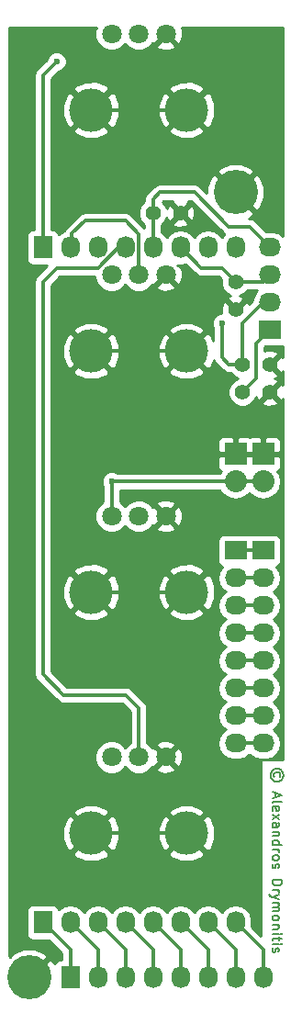
<source format=gbr>
G04 #@! TF.FileFunction,Copper,L1,Top,Signal*
%FSLAX46Y46*%
G04 Gerber Fmt 4.6, Leading zero omitted, Abs format (unit mm)*
G04 Created by KiCad (PCBNEW 4.0.6+dfsg1-1) date Tue Oct 24 13:55:29 2017*
%MOMM*%
%LPD*%
G01*
G04 APERTURE LIST*
%ADD10C,0.050000*%
%ADD11C,0.190500*%
%ADD12R,1.727200X2.032000*%
%ADD13O,1.727200X2.032000*%
%ADD14C,1.800000*%
%ADD15C,4.000000*%
%ADD16R,2.032000X1.727200*%
%ADD17O,2.032000X1.727200*%
%ADD18R,2.032000X2.032000*%
%ADD19O,2.032000X2.032000*%
%ADD20C,4.064000*%
%ADD21C,1.397000*%
%ADD22C,0.600000*%
%ADD23C,0.300000*%
%ADD24C,0.254000*%
G04 APERTURE END LIST*
D10*
D11*
X148868571Y-119942143D02*
X148911429Y-119856429D01*
X148911429Y-119685000D01*
X148868571Y-119599286D01*
X148782857Y-119513572D01*
X148697143Y-119470715D01*
X148525714Y-119470715D01*
X148440000Y-119513572D01*
X148354286Y-119599286D01*
X148311429Y-119685000D01*
X148311429Y-119856429D01*
X148354286Y-119942143D01*
X149211429Y-119770715D02*
X149168571Y-119556429D01*
X149040000Y-119342143D01*
X148825714Y-119213572D01*
X148611429Y-119170715D01*
X148397143Y-119213572D01*
X148182857Y-119342143D01*
X148054286Y-119556429D01*
X148011429Y-119770715D01*
X148054286Y-119985000D01*
X148182857Y-120199286D01*
X148397143Y-120327857D01*
X148611429Y-120370715D01*
X148825714Y-120327857D01*
X149040000Y-120199286D01*
X149168571Y-119985000D01*
X149211429Y-119770715D01*
X148440000Y-121399286D02*
X148440000Y-121827857D01*
X148182857Y-121313571D02*
X149082857Y-121613571D01*
X148182857Y-121913571D01*
X148182857Y-122342143D02*
X148225714Y-122256429D01*
X148311429Y-122213572D01*
X149082857Y-122213572D01*
X148225714Y-123027858D02*
X148182857Y-122942144D01*
X148182857Y-122770715D01*
X148225714Y-122685001D01*
X148311429Y-122642144D01*
X148654286Y-122642144D01*
X148740000Y-122685001D01*
X148782857Y-122770715D01*
X148782857Y-122942144D01*
X148740000Y-123027858D01*
X148654286Y-123070715D01*
X148568571Y-123070715D01*
X148482857Y-122642144D01*
X148182857Y-123370715D02*
X148782857Y-123842144D01*
X148782857Y-123370715D02*
X148182857Y-123842144D01*
X148182857Y-124570715D02*
X148654286Y-124570715D01*
X148740000Y-124527858D01*
X148782857Y-124442144D01*
X148782857Y-124270715D01*
X148740000Y-124185001D01*
X148225714Y-124570715D02*
X148182857Y-124485001D01*
X148182857Y-124270715D01*
X148225714Y-124185001D01*
X148311429Y-124142144D01*
X148397143Y-124142144D01*
X148482857Y-124185001D01*
X148525714Y-124270715D01*
X148525714Y-124485001D01*
X148568571Y-124570715D01*
X148782857Y-124999287D02*
X148182857Y-124999287D01*
X148697143Y-124999287D02*
X148740000Y-125042144D01*
X148782857Y-125127858D01*
X148782857Y-125256430D01*
X148740000Y-125342144D01*
X148654286Y-125385001D01*
X148182857Y-125385001D01*
X148182857Y-126199287D02*
X149082857Y-126199287D01*
X148225714Y-126199287D02*
X148182857Y-126113573D01*
X148182857Y-125942144D01*
X148225714Y-125856430D01*
X148268571Y-125813573D01*
X148354286Y-125770716D01*
X148611429Y-125770716D01*
X148697143Y-125813573D01*
X148740000Y-125856430D01*
X148782857Y-125942144D01*
X148782857Y-126113573D01*
X148740000Y-126199287D01*
X148182857Y-126627859D02*
X148782857Y-126627859D01*
X148611429Y-126627859D02*
X148697143Y-126670716D01*
X148740000Y-126713573D01*
X148782857Y-126799287D01*
X148782857Y-126885002D01*
X148182857Y-127313573D02*
X148225714Y-127227859D01*
X148268571Y-127185002D01*
X148354286Y-127142145D01*
X148611429Y-127142145D01*
X148697143Y-127185002D01*
X148740000Y-127227859D01*
X148782857Y-127313573D01*
X148782857Y-127442145D01*
X148740000Y-127527859D01*
X148697143Y-127570716D01*
X148611429Y-127613573D01*
X148354286Y-127613573D01*
X148268571Y-127570716D01*
X148225714Y-127527859D01*
X148182857Y-127442145D01*
X148182857Y-127313573D01*
X148225714Y-127956431D02*
X148182857Y-128042145D01*
X148182857Y-128213573D01*
X148225714Y-128299288D01*
X148311429Y-128342145D01*
X148354286Y-128342145D01*
X148440000Y-128299288D01*
X148482857Y-128213573D01*
X148482857Y-128085002D01*
X148525714Y-127999288D01*
X148611429Y-127956431D01*
X148654286Y-127956431D01*
X148740000Y-127999288D01*
X148782857Y-128085002D01*
X148782857Y-128213573D01*
X148740000Y-128299288D01*
X148182857Y-129413573D02*
X149082857Y-129413573D01*
X149082857Y-129627858D01*
X149040000Y-129756430D01*
X148954286Y-129842144D01*
X148868571Y-129885001D01*
X148697143Y-129927858D01*
X148568571Y-129927858D01*
X148397143Y-129885001D01*
X148311429Y-129842144D01*
X148225714Y-129756430D01*
X148182857Y-129627858D01*
X148182857Y-129413573D01*
X148182857Y-130313573D02*
X148782857Y-130313573D01*
X148611429Y-130313573D02*
X148697143Y-130356430D01*
X148740000Y-130399287D01*
X148782857Y-130485001D01*
X148782857Y-130570716D01*
X148782857Y-130785001D02*
X148182857Y-130999287D01*
X148782857Y-131213573D02*
X148182857Y-130999287D01*
X147968571Y-130913573D01*
X147925714Y-130870716D01*
X147882857Y-130785001D01*
X148182857Y-131556430D02*
X148782857Y-131556430D01*
X148697143Y-131556430D02*
X148740000Y-131599287D01*
X148782857Y-131685001D01*
X148782857Y-131813573D01*
X148740000Y-131899287D01*
X148654286Y-131942144D01*
X148182857Y-131942144D01*
X148654286Y-131942144D02*
X148740000Y-131985001D01*
X148782857Y-132070715D01*
X148782857Y-132199287D01*
X148740000Y-132285001D01*
X148654286Y-132327858D01*
X148182857Y-132327858D01*
X148182857Y-132885001D02*
X148225714Y-132799287D01*
X148268571Y-132756430D01*
X148354286Y-132713573D01*
X148611429Y-132713573D01*
X148697143Y-132756430D01*
X148740000Y-132799287D01*
X148782857Y-132885001D01*
X148782857Y-133013573D01*
X148740000Y-133099287D01*
X148697143Y-133142144D01*
X148611429Y-133185001D01*
X148354286Y-133185001D01*
X148268571Y-133142144D01*
X148225714Y-133099287D01*
X148182857Y-133013573D01*
X148182857Y-132885001D01*
X148782857Y-133570716D02*
X148182857Y-133570716D01*
X148697143Y-133570716D02*
X148740000Y-133613573D01*
X148782857Y-133699287D01*
X148782857Y-133827859D01*
X148740000Y-133913573D01*
X148654286Y-133956430D01*
X148182857Y-133956430D01*
X148182857Y-134385002D02*
X148782857Y-134385002D01*
X149082857Y-134385002D02*
X149040000Y-134342145D01*
X148997143Y-134385002D01*
X149040000Y-134427859D01*
X149082857Y-134385002D01*
X148997143Y-134385002D01*
X148782857Y-134685001D02*
X148782857Y-135027858D01*
X149082857Y-134813573D02*
X148311429Y-134813573D01*
X148225714Y-134856430D01*
X148182857Y-134942144D01*
X148182857Y-135027858D01*
X148182857Y-135327859D02*
X148782857Y-135327859D01*
X149082857Y-135327859D02*
X149040000Y-135285002D01*
X148997143Y-135327859D01*
X149040000Y-135370716D01*
X149082857Y-135327859D01*
X148997143Y-135327859D01*
X148225714Y-135713573D02*
X148182857Y-135799287D01*
X148182857Y-135970715D01*
X148225714Y-136056430D01*
X148311429Y-136099287D01*
X148354286Y-136099287D01*
X148440000Y-136056430D01*
X148482857Y-135970715D01*
X148482857Y-135842144D01*
X148525714Y-135756430D01*
X148611429Y-135713573D01*
X148654286Y-135713573D01*
X148740000Y-135756430D01*
X148782857Y-135842144D01*
X148782857Y-135970715D01*
X148740000Y-136056430D01*
D12*
X127000000Y-71120000D03*
D13*
X129540000Y-71120000D03*
X132080000Y-71120000D03*
X134620000Y-71120000D03*
X137160000Y-71120000D03*
X139700000Y-71120000D03*
X142240000Y-71120000D03*
X144780000Y-71120000D03*
D14*
X138350000Y-51435000D03*
X135850000Y-51435000D03*
X133350000Y-51435000D03*
D15*
X140250000Y-58435000D03*
X131450000Y-58435000D03*
D16*
X147320000Y-99060000D03*
D17*
X147320000Y-101600000D03*
X147320000Y-104140000D03*
X147320000Y-106680000D03*
X147320000Y-109220000D03*
X147320000Y-111760000D03*
X147320000Y-114300000D03*
X147320000Y-116840000D03*
D12*
X129540000Y-138430000D03*
D13*
X132080000Y-138430000D03*
X134620000Y-138430000D03*
X137160000Y-138430000D03*
X139700000Y-138430000D03*
X142240000Y-138430000D03*
X144780000Y-138430000D03*
X147320000Y-138430000D03*
D16*
X144780000Y-99060000D03*
D17*
X144780000Y-101600000D03*
X144780000Y-104140000D03*
X144780000Y-106680000D03*
X144780000Y-109220000D03*
X144780000Y-111760000D03*
X144780000Y-114300000D03*
X144780000Y-116840000D03*
D12*
X127000000Y-133350000D03*
D13*
X129540000Y-133350000D03*
X132080000Y-133350000D03*
X134620000Y-133350000D03*
X137160000Y-133350000D03*
X139700000Y-133350000D03*
X142240000Y-133350000D03*
X144780000Y-133350000D03*
D18*
X144780000Y-90170000D03*
D19*
X144780000Y-92710000D03*
D16*
X147955000Y-78740000D03*
D17*
X147955000Y-76200000D03*
X147955000Y-73660000D03*
X147955000Y-71120000D03*
D18*
X147320000Y-90170000D03*
D19*
X147320000Y-92710000D03*
D20*
X144780000Y-66040000D03*
X125730000Y-138430000D03*
D21*
X145415000Y-84455000D03*
X147955000Y-84455000D03*
X145415000Y-81915000D03*
X147955000Y-81915000D03*
X144780000Y-74295000D03*
X144780000Y-76835000D03*
X137160000Y-67945000D03*
X139700000Y-67945000D03*
D14*
X138350000Y-73660000D03*
X135850000Y-73660000D03*
X133350000Y-73660000D03*
D15*
X140250000Y-80660000D03*
X131450000Y-80660000D03*
D14*
X138350000Y-95885000D03*
X135850000Y-95885000D03*
X133350000Y-95885000D03*
D15*
X140250000Y-102885000D03*
X131450000Y-102885000D03*
D14*
X138350000Y-118110000D03*
X135850000Y-118110000D03*
X133350000Y-118110000D03*
D15*
X140250000Y-125110000D03*
X131450000Y-125110000D03*
D22*
X128270000Y-53975000D03*
X133350000Y-92710000D03*
X143510000Y-78105000D03*
D23*
X128270000Y-53975000D02*
X127000000Y-55245000D01*
X127000000Y-55245000D02*
X127000000Y-71120000D01*
X131450000Y-58435000D02*
X140250000Y-58435000D01*
X131450000Y-80660000D02*
X140250000Y-80660000D01*
X131450000Y-102885000D02*
X140250000Y-102885000D01*
X131450000Y-125110000D02*
X140250000Y-125110000D01*
X144780000Y-90170000D02*
X147320000Y-90170000D01*
X144780000Y-92710000D02*
X133350000Y-92710000D01*
X133350000Y-92710000D02*
X133350000Y-95885000D01*
X144780000Y-92710000D02*
X147320000Y-92710000D01*
X135850000Y-73660000D02*
X135850000Y-69890000D01*
X129700000Y-69850000D02*
X129700000Y-70960000D01*
X130890000Y-68660000D02*
X129700000Y-69850000D01*
X134620000Y-68660000D02*
X130890000Y-68660000D01*
X135850000Y-69890000D02*
X134620000Y-68660000D01*
X129700000Y-70960000D02*
X129540000Y-71120000D01*
X134620000Y-71120000D02*
X133985000Y-71120000D01*
X133985000Y-71120000D02*
X132080000Y-73025000D01*
X132080000Y-73025000D02*
X128270000Y-73025000D01*
X128270000Y-73025000D02*
X127000000Y-74295000D01*
X127000000Y-74295000D02*
X127000000Y-110490000D01*
X127000000Y-110490000D02*
X128905000Y-112395000D01*
X128905000Y-112395000D02*
X134620000Y-112395000D01*
X134620000Y-112395000D02*
X135850000Y-113625000D01*
X135850000Y-113625000D02*
X135850000Y-118110000D01*
X144780000Y-99060000D02*
X147320000Y-99060000D01*
X144780000Y-101600000D02*
X147320000Y-101600000D01*
X144780000Y-104140000D02*
X147320000Y-104140000D01*
X144780000Y-106680000D02*
X147320000Y-106680000D01*
X144780000Y-109220000D02*
X147320000Y-109220000D01*
X144780000Y-111760000D02*
X147320000Y-111760000D01*
X144780000Y-114300000D02*
X147320000Y-114300000D01*
X144780000Y-116840000D02*
X147320000Y-116840000D01*
X127000000Y-133350000D02*
X129540000Y-135890000D01*
X129540000Y-135890000D02*
X129540000Y-138430000D01*
X129540000Y-133350000D02*
X132080000Y-135890000D01*
X132080000Y-135890000D02*
X132080000Y-138430000D01*
X132080000Y-133350000D02*
X134620000Y-135890000D01*
X134620000Y-135890000D02*
X134620000Y-138430000D01*
X134620000Y-133350000D02*
X137160000Y-135890000D01*
X137160000Y-135890000D02*
X137160000Y-138430000D01*
X137160000Y-133350000D02*
X139700000Y-135890000D01*
X139700000Y-135890000D02*
X139700000Y-138430000D01*
X139700000Y-133350000D02*
X142240000Y-135890000D01*
X142240000Y-135890000D02*
X142240000Y-138430000D01*
X142240000Y-133350000D02*
X144780000Y-135890000D01*
X144780000Y-135890000D02*
X144780000Y-138430000D01*
X144780000Y-133350000D02*
X147320000Y-135890000D01*
X147320000Y-135890000D02*
X147320000Y-138430000D01*
X147955000Y-71120000D02*
X146050000Y-69215000D01*
X137160000Y-66675000D02*
X137160000Y-67945000D01*
X137795000Y-66040000D02*
X137160000Y-66675000D01*
X140970000Y-66040000D02*
X137795000Y-66040000D01*
X144145000Y-69215000D02*
X140970000Y-66040000D01*
X146050000Y-69215000D02*
X144145000Y-69215000D01*
X147955000Y-71120000D02*
X147955000Y-70485000D01*
X137160000Y-67945000D02*
X137160000Y-71120000D01*
X144780000Y-74295000D02*
X147320000Y-74295000D01*
X147320000Y-74295000D02*
X147955000Y-73660000D01*
X139700000Y-71120000D02*
X141605000Y-73025000D01*
X143510000Y-73025000D02*
X144780000Y-74295000D01*
X141605000Y-73025000D02*
X143510000Y-73025000D01*
X144145000Y-81915000D02*
X145415000Y-81915000D01*
X143510000Y-81280000D02*
X144145000Y-81915000D01*
X143510000Y-78105000D02*
X143510000Y-81280000D01*
X145415000Y-81915000D02*
X145415000Y-78105000D01*
X145415000Y-78105000D02*
X147320000Y-76200000D01*
X147320000Y-76200000D02*
X147955000Y-76200000D01*
X145415000Y-84455000D02*
X146685000Y-83185000D01*
X146685000Y-80010000D02*
X147955000Y-78740000D01*
X146685000Y-83185000D02*
X146685000Y-80010000D01*
D24*
G36*
X131815267Y-51128330D02*
X131814735Y-51738991D01*
X132047932Y-52303371D01*
X132479357Y-52735551D01*
X133043330Y-52969733D01*
X133653991Y-52970265D01*
X134218371Y-52737068D01*
X134600288Y-52355818D01*
X134979357Y-52735551D01*
X135543330Y-52969733D01*
X136153991Y-52970265D01*
X136718371Y-52737068D01*
X136940668Y-52515159D01*
X137449446Y-52515159D01*
X137535852Y-52771643D01*
X138109336Y-52981458D01*
X138719460Y-52955839D01*
X139164148Y-52771643D01*
X139250554Y-52515159D01*
X138350000Y-51614605D01*
X137449446Y-52515159D01*
X136940668Y-52515159D01*
X137150551Y-52305643D01*
X137154294Y-52296628D01*
X137269841Y-52335554D01*
X138170395Y-51435000D01*
X138156253Y-51420858D01*
X138335858Y-51241253D01*
X138350000Y-51255395D01*
X138364143Y-51241253D01*
X138543748Y-51420858D01*
X138529605Y-51435000D01*
X139430159Y-52335554D01*
X139686643Y-52249148D01*
X139896458Y-51675664D01*
X139870839Y-51065540D01*
X139791915Y-50875000D01*
X149150000Y-50875000D01*
X149150000Y-70027312D01*
X148713234Y-69735474D01*
X148139745Y-69621400D01*
X147770255Y-69621400D01*
X147600353Y-69655195D01*
X146605079Y-68659921D01*
X146350407Y-68489755D01*
X146050000Y-68430000D01*
X145989375Y-68430000D01*
X146273846Y-68312168D01*
X146498516Y-67938121D01*
X144780000Y-66219605D01*
X144765858Y-66233748D01*
X144586253Y-66054143D01*
X144600395Y-66040000D01*
X144959605Y-66040000D01*
X146678121Y-67758516D01*
X147052168Y-67533846D01*
X147450880Y-66550612D01*
X147442975Y-65489643D01*
X147052168Y-64546154D01*
X146678121Y-64321484D01*
X144959605Y-66040000D01*
X144600395Y-66040000D01*
X142881879Y-64321484D01*
X142507832Y-64546154D01*
X142109120Y-65529388D01*
X142113170Y-66073012D01*
X141525079Y-65484921D01*
X141270407Y-65314755D01*
X140970000Y-65255000D01*
X137795005Y-65255000D01*
X137795000Y-65254999D01*
X137494594Y-65314755D01*
X137239921Y-65484921D01*
X136604921Y-66119921D01*
X136434755Y-66374593D01*
X136391837Y-66590357D01*
X136375000Y-66675000D01*
X136375000Y-66844421D01*
X136030173Y-67188647D01*
X135826732Y-67678587D01*
X135826269Y-68209086D01*
X136028854Y-68699380D01*
X136375000Y-69046130D01*
X136375000Y-69304842D01*
X135175079Y-68104921D01*
X134920407Y-67934755D01*
X134620000Y-67875000D01*
X130890000Y-67875000D01*
X130589593Y-67934755D01*
X130334921Y-68104921D01*
X129144921Y-69294921D01*
X128975143Y-69549012D01*
X128966511Y-69550729D01*
X128480330Y-69875585D01*
X128470757Y-69889913D01*
X128466762Y-69868683D01*
X128327690Y-69652559D01*
X128115490Y-69507569D01*
X127863600Y-69456560D01*
X127785000Y-69456560D01*
X127785000Y-64141879D01*
X143061484Y-64141879D01*
X144780000Y-65860395D01*
X146498516Y-64141879D01*
X146273846Y-63767832D01*
X145290612Y-63369120D01*
X144229643Y-63377025D01*
X143286154Y-63767832D01*
X143061484Y-64141879D01*
X127785000Y-64141879D01*
X127785000Y-60310022D01*
X129754584Y-60310022D01*
X129975353Y-60680743D01*
X130947012Y-61074119D01*
X131995247Y-61065713D01*
X132924647Y-60680743D01*
X133145416Y-60310022D01*
X138554584Y-60310022D01*
X138775353Y-60680743D01*
X139747012Y-61074119D01*
X140795247Y-61065713D01*
X141724647Y-60680743D01*
X141945416Y-60310022D01*
X140250000Y-58614605D01*
X138554584Y-60310022D01*
X133145416Y-60310022D01*
X131450000Y-58614605D01*
X129754584Y-60310022D01*
X127785000Y-60310022D01*
X127785000Y-57932012D01*
X128810881Y-57932012D01*
X128819287Y-58980247D01*
X129204257Y-59909647D01*
X129574978Y-60130416D01*
X131270395Y-58435000D01*
X131629605Y-58435000D01*
X133325022Y-60130416D01*
X133695743Y-59909647D01*
X134089119Y-58937988D01*
X134081052Y-57932012D01*
X137610881Y-57932012D01*
X137619287Y-58980247D01*
X138004257Y-59909647D01*
X138374978Y-60130416D01*
X140070395Y-58435000D01*
X140429605Y-58435000D01*
X142125022Y-60130416D01*
X142495743Y-59909647D01*
X142889119Y-58937988D01*
X142880713Y-57889753D01*
X142495743Y-56960353D01*
X142125022Y-56739584D01*
X140429605Y-58435000D01*
X140070395Y-58435000D01*
X138374978Y-56739584D01*
X138004257Y-56960353D01*
X137610881Y-57932012D01*
X134081052Y-57932012D01*
X134080713Y-57889753D01*
X133695743Y-56960353D01*
X133325022Y-56739584D01*
X131629605Y-58435000D01*
X131270395Y-58435000D01*
X129574978Y-56739584D01*
X129204257Y-56960353D01*
X128810881Y-57932012D01*
X127785000Y-57932012D01*
X127785000Y-56559978D01*
X129754584Y-56559978D01*
X131450000Y-58255395D01*
X133145416Y-56559978D01*
X138554584Y-56559978D01*
X140250000Y-58255395D01*
X141945416Y-56559978D01*
X141724647Y-56189257D01*
X140752988Y-55795881D01*
X139704753Y-55804287D01*
X138775353Y-56189257D01*
X138554584Y-56559978D01*
X133145416Y-56559978D01*
X132924647Y-56189257D01*
X131952988Y-55795881D01*
X130904753Y-55804287D01*
X129975353Y-56189257D01*
X129754584Y-56559978D01*
X127785000Y-56559978D01*
X127785000Y-55570158D01*
X128445005Y-54910153D01*
X128455167Y-54910162D01*
X128798943Y-54768117D01*
X129062192Y-54505327D01*
X129204838Y-54161799D01*
X129205162Y-53789833D01*
X129063117Y-53446057D01*
X128800327Y-53182808D01*
X128456799Y-53040162D01*
X128084833Y-53039838D01*
X127741057Y-53181883D01*
X127477808Y-53444673D01*
X127335162Y-53788201D01*
X127335152Y-53799690D01*
X126444921Y-54689921D01*
X126274755Y-54944593D01*
X126274755Y-54944594D01*
X126215000Y-55245000D01*
X126215000Y-69456560D01*
X126136400Y-69456560D01*
X125901083Y-69500838D01*
X125684959Y-69639910D01*
X125539969Y-69852110D01*
X125488960Y-70104000D01*
X125488960Y-72136000D01*
X125533238Y-72371317D01*
X125672310Y-72587441D01*
X125884510Y-72732431D01*
X126136400Y-72783440D01*
X127401402Y-72783440D01*
X126444921Y-73739921D01*
X126274755Y-73994593D01*
X126267530Y-74030914D01*
X126215000Y-74295000D01*
X126215000Y-110490000D01*
X126274755Y-110790407D01*
X126444921Y-111045079D01*
X128349921Y-112950079D01*
X128604594Y-113120245D01*
X128905000Y-113180000D01*
X134294842Y-113180000D01*
X135065000Y-113950158D01*
X135065000Y-116773484D01*
X134981629Y-116807932D01*
X134599712Y-117189182D01*
X134220643Y-116809449D01*
X133656670Y-116575267D01*
X133046009Y-116574735D01*
X132481629Y-116807932D01*
X132049449Y-117239357D01*
X131815267Y-117803330D01*
X131814735Y-118413991D01*
X132047932Y-118978371D01*
X132479357Y-119410551D01*
X133043330Y-119644733D01*
X133653991Y-119645265D01*
X134218371Y-119412068D01*
X134600288Y-119030818D01*
X134979357Y-119410551D01*
X135543330Y-119644733D01*
X136153991Y-119645265D01*
X136718371Y-119412068D01*
X136940668Y-119190159D01*
X137449446Y-119190159D01*
X137535852Y-119446643D01*
X138109336Y-119656458D01*
X138719460Y-119630839D01*
X139164148Y-119446643D01*
X139250554Y-119190159D01*
X138350000Y-118289605D01*
X137449446Y-119190159D01*
X136940668Y-119190159D01*
X137150551Y-118980643D01*
X137154294Y-118971628D01*
X137269841Y-119010554D01*
X138170395Y-118110000D01*
X138529605Y-118110000D01*
X139430159Y-119010554D01*
X139686643Y-118924148D01*
X139896458Y-118350664D01*
X139870839Y-117740540D01*
X139686643Y-117295852D01*
X139430159Y-117209446D01*
X138529605Y-118110000D01*
X138170395Y-118110000D01*
X137269841Y-117209446D01*
X137154786Y-117248207D01*
X137152068Y-117241629D01*
X136940650Y-117029841D01*
X137449446Y-117029841D01*
X138350000Y-117930395D01*
X139250554Y-117029841D01*
X139164148Y-116773357D01*
X138590664Y-116563542D01*
X137980540Y-116589161D01*
X137535852Y-116773357D01*
X137449446Y-117029841D01*
X136940650Y-117029841D01*
X136720643Y-116809449D01*
X136635000Y-116773887D01*
X136635000Y-113625000D01*
X136575245Y-113324594D01*
X136405079Y-113069921D01*
X135175079Y-111839921D01*
X134920407Y-111669755D01*
X134620000Y-111610000D01*
X129230158Y-111610000D01*
X127785000Y-110164842D01*
X127785000Y-104760022D01*
X129754584Y-104760022D01*
X129975353Y-105130743D01*
X130947012Y-105524119D01*
X131995247Y-105515713D01*
X132924647Y-105130743D01*
X133145416Y-104760022D01*
X138554584Y-104760022D01*
X138775353Y-105130743D01*
X139747012Y-105524119D01*
X140795247Y-105515713D01*
X141724647Y-105130743D01*
X141945416Y-104760022D01*
X140250000Y-103064605D01*
X138554584Y-104760022D01*
X133145416Y-104760022D01*
X131450000Y-103064605D01*
X129754584Y-104760022D01*
X127785000Y-104760022D01*
X127785000Y-102382012D01*
X128810881Y-102382012D01*
X128819287Y-103430247D01*
X129204257Y-104359647D01*
X129574978Y-104580416D01*
X131270395Y-102885000D01*
X131629605Y-102885000D01*
X133325022Y-104580416D01*
X133695743Y-104359647D01*
X134089119Y-103387988D01*
X134081052Y-102382012D01*
X137610881Y-102382012D01*
X137619287Y-103430247D01*
X138004257Y-104359647D01*
X138374978Y-104580416D01*
X140070395Y-102885000D01*
X140429605Y-102885000D01*
X142125022Y-104580416D01*
X142495743Y-104359647D01*
X142889119Y-103387988D01*
X142880713Y-102339753D01*
X142574298Y-101600000D01*
X143096655Y-101600000D01*
X143210729Y-102173489D01*
X143535585Y-102659670D01*
X143850366Y-102870000D01*
X143535585Y-103080330D01*
X143210729Y-103566511D01*
X143096655Y-104140000D01*
X143210729Y-104713489D01*
X143535585Y-105199670D01*
X143850366Y-105410000D01*
X143535585Y-105620330D01*
X143210729Y-106106511D01*
X143096655Y-106680000D01*
X143210729Y-107253489D01*
X143535585Y-107739670D01*
X143850366Y-107950000D01*
X143535585Y-108160330D01*
X143210729Y-108646511D01*
X143096655Y-109220000D01*
X143210729Y-109793489D01*
X143535585Y-110279670D01*
X143850366Y-110490000D01*
X143535585Y-110700330D01*
X143210729Y-111186511D01*
X143096655Y-111760000D01*
X143210729Y-112333489D01*
X143535585Y-112819670D01*
X143850366Y-113030000D01*
X143535585Y-113240330D01*
X143210729Y-113726511D01*
X143096655Y-114300000D01*
X143210729Y-114873489D01*
X143535585Y-115359670D01*
X143850366Y-115570000D01*
X143535585Y-115780330D01*
X143210729Y-116266511D01*
X143096655Y-116840000D01*
X143210729Y-117413489D01*
X143535585Y-117899670D01*
X144021766Y-118224526D01*
X144595255Y-118338600D01*
X144964745Y-118338600D01*
X145538234Y-118224526D01*
X146024415Y-117899670D01*
X146050000Y-117861379D01*
X146075585Y-117899670D01*
X146561766Y-118224526D01*
X147135255Y-118338600D01*
X147504745Y-118338600D01*
X148078234Y-118224526D01*
X148564415Y-117899670D01*
X148889271Y-117413489D01*
X149003345Y-116840000D01*
X148889271Y-116266511D01*
X148564415Y-115780330D01*
X148249634Y-115570000D01*
X148564415Y-115359670D01*
X148889271Y-114873489D01*
X149003345Y-114300000D01*
X148889271Y-113726511D01*
X148564415Y-113240330D01*
X148249634Y-113030000D01*
X148564415Y-112819670D01*
X148889271Y-112333489D01*
X149003345Y-111760000D01*
X148889271Y-111186511D01*
X148564415Y-110700330D01*
X148249634Y-110490000D01*
X148564415Y-110279670D01*
X148889271Y-109793489D01*
X149003345Y-109220000D01*
X148889271Y-108646511D01*
X148564415Y-108160330D01*
X148249634Y-107950000D01*
X148564415Y-107739670D01*
X148889271Y-107253489D01*
X149003345Y-106680000D01*
X148889271Y-106106511D01*
X148564415Y-105620330D01*
X148249634Y-105410000D01*
X148564415Y-105199670D01*
X148889271Y-104713489D01*
X149003345Y-104140000D01*
X148889271Y-103566511D01*
X148564415Y-103080330D01*
X148249634Y-102870000D01*
X148564415Y-102659670D01*
X148889271Y-102173489D01*
X149003345Y-101600000D01*
X148889271Y-101026511D01*
X148564415Y-100540330D01*
X148550087Y-100530757D01*
X148571317Y-100526762D01*
X148787441Y-100387690D01*
X148932431Y-100175490D01*
X148983440Y-99923600D01*
X148983440Y-98196400D01*
X148939162Y-97961083D01*
X148800090Y-97744959D01*
X148587890Y-97599969D01*
X148336000Y-97548960D01*
X146304000Y-97548960D01*
X146068683Y-97593238D01*
X146052901Y-97603393D01*
X146047890Y-97599969D01*
X145796000Y-97548960D01*
X143764000Y-97548960D01*
X143528683Y-97593238D01*
X143312559Y-97732310D01*
X143167569Y-97944510D01*
X143116560Y-98196400D01*
X143116560Y-99923600D01*
X143160838Y-100158917D01*
X143299910Y-100375041D01*
X143512110Y-100520031D01*
X143553439Y-100528400D01*
X143535585Y-100540330D01*
X143210729Y-101026511D01*
X143096655Y-101600000D01*
X142574298Y-101600000D01*
X142495743Y-101410353D01*
X142125022Y-101189584D01*
X140429605Y-102885000D01*
X140070395Y-102885000D01*
X138374978Y-101189584D01*
X138004257Y-101410353D01*
X137610881Y-102382012D01*
X134081052Y-102382012D01*
X134080713Y-102339753D01*
X133695743Y-101410353D01*
X133325022Y-101189584D01*
X131629605Y-102885000D01*
X131270395Y-102885000D01*
X129574978Y-101189584D01*
X129204257Y-101410353D01*
X128810881Y-102382012D01*
X127785000Y-102382012D01*
X127785000Y-101009978D01*
X129754584Y-101009978D01*
X131450000Y-102705395D01*
X133145416Y-101009978D01*
X138554584Y-101009978D01*
X140250000Y-102705395D01*
X141945416Y-101009978D01*
X141724647Y-100639257D01*
X140752988Y-100245881D01*
X139704753Y-100254287D01*
X138775353Y-100639257D01*
X138554584Y-101009978D01*
X133145416Y-101009978D01*
X132924647Y-100639257D01*
X131952988Y-100245881D01*
X130904753Y-100254287D01*
X129975353Y-100639257D01*
X129754584Y-101009978D01*
X127785000Y-101009978D01*
X127785000Y-96188991D01*
X131814735Y-96188991D01*
X132047932Y-96753371D01*
X132479357Y-97185551D01*
X133043330Y-97419733D01*
X133653991Y-97420265D01*
X134218371Y-97187068D01*
X134600288Y-96805818D01*
X134979357Y-97185551D01*
X135543330Y-97419733D01*
X136153991Y-97420265D01*
X136718371Y-97187068D01*
X136940668Y-96965159D01*
X137449446Y-96965159D01*
X137535852Y-97221643D01*
X138109336Y-97431458D01*
X138719460Y-97405839D01*
X139164148Y-97221643D01*
X139250554Y-96965159D01*
X138350000Y-96064605D01*
X137449446Y-96965159D01*
X136940668Y-96965159D01*
X137150551Y-96755643D01*
X137154294Y-96746628D01*
X137269841Y-96785554D01*
X138170395Y-95885000D01*
X138529605Y-95885000D01*
X139430159Y-96785554D01*
X139686643Y-96699148D01*
X139896458Y-96125664D01*
X139870839Y-95515540D01*
X139686643Y-95070852D01*
X139430159Y-94984446D01*
X138529605Y-95885000D01*
X138170395Y-95885000D01*
X137269841Y-94984446D01*
X137154786Y-95023207D01*
X137152068Y-95016629D01*
X136940650Y-94804841D01*
X137449446Y-94804841D01*
X138350000Y-95705395D01*
X139250554Y-94804841D01*
X139164148Y-94548357D01*
X138590664Y-94338542D01*
X137980540Y-94364161D01*
X137535852Y-94548357D01*
X137449446Y-94804841D01*
X136940650Y-94804841D01*
X136720643Y-94584449D01*
X136156670Y-94350267D01*
X135546009Y-94349735D01*
X134981629Y-94582932D01*
X134599712Y-94964182D01*
X134220643Y-94584449D01*
X134135000Y-94548887D01*
X134135000Y-93495000D01*
X143324688Y-93495000D01*
X143580222Y-93877433D01*
X144115845Y-94235325D01*
X144747655Y-94361000D01*
X144812345Y-94361000D01*
X145444155Y-94235325D01*
X145979778Y-93877433D01*
X146050000Y-93772338D01*
X146120222Y-93877433D01*
X146655845Y-94235325D01*
X147287655Y-94361000D01*
X147352345Y-94361000D01*
X147984155Y-94235325D01*
X148519778Y-93877433D01*
X148877670Y-93341810D01*
X149003345Y-92710000D01*
X148877670Y-92078190D01*
X148653034Y-91741999D01*
X148695698Y-91724327D01*
X148874327Y-91545699D01*
X148971000Y-91312310D01*
X148971000Y-90455750D01*
X148812250Y-90297000D01*
X147447000Y-90297000D01*
X147447000Y-90317000D01*
X147193000Y-90317000D01*
X147193000Y-90297000D01*
X144907000Y-90297000D01*
X144907000Y-90317000D01*
X144653000Y-90317000D01*
X144653000Y-90297000D01*
X143287750Y-90297000D01*
X143129000Y-90455750D01*
X143129000Y-91312310D01*
X143225673Y-91545699D01*
X143404302Y-91724327D01*
X143446966Y-91741999D01*
X143324688Y-91925000D01*
X133887506Y-91925000D01*
X133880327Y-91917808D01*
X133536799Y-91775162D01*
X133164833Y-91774838D01*
X132821057Y-91916883D01*
X132557808Y-92179673D01*
X132415162Y-92523201D01*
X132414838Y-92895167D01*
X132556883Y-93238943D01*
X132565000Y-93247074D01*
X132565000Y-94548484D01*
X132481629Y-94582932D01*
X132049449Y-95014357D01*
X131815267Y-95578330D01*
X131814735Y-96188991D01*
X127785000Y-96188991D01*
X127785000Y-89027690D01*
X143129000Y-89027690D01*
X143129000Y-89884250D01*
X143287750Y-90043000D01*
X144653000Y-90043000D01*
X144653000Y-88677750D01*
X144907000Y-88677750D01*
X144907000Y-90043000D01*
X147193000Y-90043000D01*
X147193000Y-88677750D01*
X147447000Y-88677750D01*
X147447000Y-90043000D01*
X148812250Y-90043000D01*
X148971000Y-89884250D01*
X148971000Y-89027690D01*
X148874327Y-88794301D01*
X148695698Y-88615673D01*
X148462309Y-88519000D01*
X147605750Y-88519000D01*
X147447000Y-88677750D01*
X147193000Y-88677750D01*
X147034250Y-88519000D01*
X146177691Y-88519000D01*
X146050000Y-88571891D01*
X145922309Y-88519000D01*
X145065750Y-88519000D01*
X144907000Y-88677750D01*
X144653000Y-88677750D01*
X144494250Y-88519000D01*
X143637691Y-88519000D01*
X143404302Y-88615673D01*
X143225673Y-88794301D01*
X143129000Y-89027690D01*
X127785000Y-89027690D01*
X127785000Y-82535022D01*
X129754584Y-82535022D01*
X129975353Y-82905743D01*
X130947012Y-83299119D01*
X131995247Y-83290713D01*
X132924647Y-82905743D01*
X133145416Y-82535022D01*
X138554584Y-82535022D01*
X138775353Y-82905743D01*
X139747012Y-83299119D01*
X140795247Y-83290713D01*
X141724647Y-82905743D01*
X141945416Y-82535022D01*
X140250000Y-80839605D01*
X138554584Y-82535022D01*
X133145416Y-82535022D01*
X131450000Y-80839605D01*
X129754584Y-82535022D01*
X127785000Y-82535022D01*
X127785000Y-80157012D01*
X128810881Y-80157012D01*
X128819287Y-81205247D01*
X129204257Y-82134647D01*
X129574978Y-82355416D01*
X131270395Y-80660000D01*
X131629605Y-80660000D01*
X133325022Y-82355416D01*
X133695743Y-82134647D01*
X134089119Y-81162988D01*
X134081052Y-80157012D01*
X137610881Y-80157012D01*
X137619287Y-81205247D01*
X138004257Y-82134647D01*
X138374978Y-82355416D01*
X140070395Y-80660000D01*
X138374978Y-78964584D01*
X138004257Y-79185353D01*
X137610881Y-80157012D01*
X134081052Y-80157012D01*
X134080713Y-80114753D01*
X133695743Y-79185353D01*
X133325022Y-78964584D01*
X131629605Y-80660000D01*
X131270395Y-80660000D01*
X129574978Y-78964584D01*
X129204257Y-79185353D01*
X128810881Y-80157012D01*
X127785000Y-80157012D01*
X127785000Y-78784978D01*
X129754584Y-78784978D01*
X131450000Y-80480395D01*
X133145416Y-78784978D01*
X138554584Y-78784978D01*
X140250000Y-80480395D01*
X141945416Y-78784978D01*
X141724647Y-78414257D01*
X140752988Y-78020881D01*
X139704753Y-78029287D01*
X138775353Y-78414257D01*
X138554584Y-78784978D01*
X133145416Y-78784978D01*
X132924647Y-78414257D01*
X131952988Y-78020881D01*
X130904753Y-78029287D01*
X129975353Y-78414257D01*
X129754584Y-78784978D01*
X127785000Y-78784978D01*
X127785000Y-74620158D01*
X128595158Y-73810000D01*
X131814869Y-73810000D01*
X131814735Y-73963991D01*
X132047932Y-74528371D01*
X132479357Y-74960551D01*
X133043330Y-75194733D01*
X133653991Y-75195265D01*
X134218371Y-74962068D01*
X134600288Y-74580818D01*
X134979357Y-74960551D01*
X135543330Y-75194733D01*
X136153991Y-75195265D01*
X136718371Y-74962068D01*
X136940668Y-74740159D01*
X137449446Y-74740159D01*
X137535852Y-74996643D01*
X138109336Y-75206458D01*
X138719460Y-75180839D01*
X139164148Y-74996643D01*
X139250554Y-74740159D01*
X138350000Y-73839605D01*
X137449446Y-74740159D01*
X136940668Y-74740159D01*
X137150551Y-74530643D01*
X137154294Y-74521628D01*
X137269841Y-74560554D01*
X138170395Y-73660000D01*
X138156253Y-73645858D01*
X138335858Y-73466253D01*
X138350000Y-73480395D01*
X138364143Y-73466253D01*
X138543748Y-73645858D01*
X138529605Y-73660000D01*
X139430159Y-74560554D01*
X139686643Y-74474148D01*
X139896458Y-73900664D01*
X139870839Y-73290540D01*
X139686643Y-72845852D01*
X139430161Y-72759447D01*
X139438316Y-72751292D01*
X139700000Y-72803345D01*
X140178089Y-72708247D01*
X141049921Y-73580079D01*
X141304594Y-73750245D01*
X141605000Y-73810000D01*
X143184842Y-73810000D01*
X143446694Y-74071852D01*
X143446269Y-74559086D01*
X143648854Y-75049380D01*
X144023647Y-75424827D01*
X144345118Y-75558314D01*
X144087071Y-75665200D01*
X144025417Y-75900812D01*
X144780000Y-76655395D01*
X145534583Y-75900812D01*
X145472929Y-75665200D01*
X145193688Y-75566917D01*
X145534380Y-75426146D01*
X145881130Y-75080000D01*
X146800875Y-75080000D01*
X146710585Y-75140330D01*
X146385729Y-75626511D01*
X146287003Y-76122839D01*
X146042931Y-76366911D01*
X145949800Y-76142071D01*
X145714188Y-76080417D01*
X144959605Y-76835000D01*
X144973748Y-76849143D01*
X144794143Y-77028748D01*
X144780000Y-77014605D01*
X144765858Y-77028748D01*
X144586253Y-76849143D01*
X144600395Y-76835000D01*
X143845812Y-76080417D01*
X143610200Y-76142071D01*
X143434073Y-76642480D01*
X143462730Y-77169958D01*
X143324833Y-77169838D01*
X142981057Y-77311883D01*
X142717808Y-77574673D01*
X142575162Y-77918201D01*
X142574838Y-78290167D01*
X142716883Y-78633943D01*
X142725000Y-78642074D01*
X142725000Y-79738828D01*
X142495743Y-79185353D01*
X142125022Y-78964584D01*
X140429605Y-80660000D01*
X142125022Y-82355416D01*
X142495743Y-82134647D01*
X142763463Y-81473365D01*
X142784755Y-81580407D01*
X142954921Y-81835079D01*
X143589921Y-82470079D01*
X143844594Y-82640245D01*
X144145000Y-82700001D01*
X144145005Y-82700000D01*
X144314421Y-82700000D01*
X144658647Y-83044827D01*
X144996446Y-83185094D01*
X144660620Y-83323854D01*
X144285173Y-83698647D01*
X144081732Y-84188587D01*
X144081269Y-84719086D01*
X144283854Y-85209380D01*
X144658647Y-85584827D01*
X145148587Y-85788268D01*
X145679086Y-85788731D01*
X146169380Y-85586146D01*
X146366681Y-85389188D01*
X147200417Y-85389188D01*
X147262071Y-85624800D01*
X147762480Y-85800927D01*
X148292199Y-85772148D01*
X148647929Y-85624800D01*
X148709583Y-85389188D01*
X147955000Y-84634605D01*
X147200417Y-85389188D01*
X146366681Y-85389188D01*
X146544827Y-85211353D01*
X146678314Y-84889882D01*
X146785200Y-85147929D01*
X147020812Y-85209583D01*
X147775395Y-84455000D01*
X147761253Y-84440858D01*
X147940858Y-84261253D01*
X147955000Y-84275395D01*
X148709583Y-83520812D01*
X148647929Y-83285200D01*
X148386371Y-83193141D01*
X148647929Y-83084800D01*
X148709583Y-82849188D01*
X147955000Y-82094605D01*
X147940858Y-82108748D01*
X147761253Y-81929143D01*
X147775395Y-81915000D01*
X147761253Y-81900858D01*
X147940858Y-81721253D01*
X147955000Y-81735395D01*
X148709583Y-80980812D01*
X148647929Y-80745200D01*
X148147520Y-80569073D01*
X147617801Y-80597852D01*
X147470000Y-80659073D01*
X147470000Y-80335158D01*
X147554118Y-80251040D01*
X148971000Y-80251040D01*
X149150000Y-80217359D01*
X149150000Y-81282909D01*
X149124800Y-81222071D01*
X148889188Y-81160417D01*
X148134605Y-81915000D01*
X148889188Y-82669583D01*
X149124800Y-82607929D01*
X149150000Y-82536331D01*
X149150000Y-83822909D01*
X149124800Y-83762071D01*
X148889188Y-83700417D01*
X148134605Y-84455000D01*
X148889188Y-85209583D01*
X149124800Y-85147929D01*
X149150000Y-85076331D01*
X149150000Y-118364286D01*
X147139750Y-118364286D01*
X147139750Y-134599592D01*
X146244805Y-133704647D01*
X146278600Y-133534745D01*
X146278600Y-133165255D01*
X146164526Y-132591766D01*
X145839670Y-132105585D01*
X145353489Y-131780729D01*
X144780000Y-131666655D01*
X144206511Y-131780729D01*
X143720330Y-132105585D01*
X143510000Y-132420366D01*
X143299670Y-132105585D01*
X142813489Y-131780729D01*
X142240000Y-131666655D01*
X141666511Y-131780729D01*
X141180330Y-132105585D01*
X140970000Y-132420366D01*
X140759670Y-132105585D01*
X140273489Y-131780729D01*
X139700000Y-131666655D01*
X139126511Y-131780729D01*
X138640330Y-132105585D01*
X138430000Y-132420366D01*
X138219670Y-132105585D01*
X137733489Y-131780729D01*
X137160000Y-131666655D01*
X136586511Y-131780729D01*
X136100330Y-132105585D01*
X135890000Y-132420366D01*
X135679670Y-132105585D01*
X135193489Y-131780729D01*
X134620000Y-131666655D01*
X134046511Y-131780729D01*
X133560330Y-132105585D01*
X133350000Y-132420366D01*
X133139670Y-132105585D01*
X132653489Y-131780729D01*
X132080000Y-131666655D01*
X131506511Y-131780729D01*
X131020330Y-132105585D01*
X130810000Y-132420366D01*
X130599670Y-132105585D01*
X130113489Y-131780729D01*
X129540000Y-131666655D01*
X128966511Y-131780729D01*
X128480330Y-132105585D01*
X128470757Y-132119913D01*
X128466762Y-132098683D01*
X128327690Y-131882559D01*
X128115490Y-131737569D01*
X127863600Y-131686560D01*
X126136400Y-131686560D01*
X125901083Y-131730838D01*
X125684959Y-131869910D01*
X125539969Y-132082110D01*
X125488960Y-132334000D01*
X125488960Y-134366000D01*
X125533238Y-134601317D01*
X125672310Y-134817441D01*
X125884510Y-134962431D01*
X126136400Y-135013440D01*
X127553282Y-135013440D01*
X128755000Y-136215158D01*
X128755000Y-136766560D01*
X128676400Y-136766560D01*
X128441083Y-136810838D01*
X128224959Y-136949910D01*
X128089802Y-137147720D01*
X128002168Y-136936154D01*
X127628121Y-136711484D01*
X125909605Y-138430000D01*
X125923748Y-138444143D01*
X125744143Y-138623748D01*
X125730000Y-138609605D01*
X125715858Y-138623748D01*
X125536253Y-138444143D01*
X125550395Y-138430000D01*
X125536253Y-138415858D01*
X125715858Y-138236253D01*
X125730000Y-138250395D01*
X127448516Y-136531879D01*
X127223846Y-136157832D01*
X126240612Y-135759120D01*
X125179643Y-135767025D01*
X124236154Y-136157832D01*
X124011485Y-136531877D01*
X123900000Y-136420392D01*
X123900000Y-126985022D01*
X129754584Y-126985022D01*
X129975353Y-127355743D01*
X130947012Y-127749119D01*
X131995247Y-127740713D01*
X132924647Y-127355743D01*
X133145416Y-126985022D01*
X138554584Y-126985022D01*
X138775353Y-127355743D01*
X139747012Y-127749119D01*
X140795247Y-127740713D01*
X141724647Y-127355743D01*
X141945416Y-126985022D01*
X140250000Y-125289605D01*
X138554584Y-126985022D01*
X133145416Y-126985022D01*
X131450000Y-125289605D01*
X129754584Y-126985022D01*
X123900000Y-126985022D01*
X123900000Y-124607012D01*
X128810881Y-124607012D01*
X128819287Y-125655247D01*
X129204257Y-126584647D01*
X129574978Y-126805416D01*
X131270395Y-125110000D01*
X131629605Y-125110000D01*
X133325022Y-126805416D01*
X133695743Y-126584647D01*
X134089119Y-125612988D01*
X134081052Y-124607012D01*
X137610881Y-124607012D01*
X137619287Y-125655247D01*
X138004257Y-126584647D01*
X138374978Y-126805416D01*
X140070395Y-125110000D01*
X140429605Y-125110000D01*
X142125022Y-126805416D01*
X142495743Y-126584647D01*
X142889119Y-125612988D01*
X142880713Y-124564753D01*
X142495743Y-123635353D01*
X142125022Y-123414584D01*
X140429605Y-125110000D01*
X140070395Y-125110000D01*
X138374978Y-123414584D01*
X138004257Y-123635353D01*
X137610881Y-124607012D01*
X134081052Y-124607012D01*
X134080713Y-124564753D01*
X133695743Y-123635353D01*
X133325022Y-123414584D01*
X131629605Y-125110000D01*
X131270395Y-125110000D01*
X129574978Y-123414584D01*
X129204257Y-123635353D01*
X128810881Y-124607012D01*
X123900000Y-124607012D01*
X123900000Y-123234978D01*
X129754584Y-123234978D01*
X131450000Y-124930395D01*
X133145416Y-123234978D01*
X138554584Y-123234978D01*
X140250000Y-124930395D01*
X141945416Y-123234978D01*
X141724647Y-122864257D01*
X140752988Y-122470881D01*
X139704753Y-122479287D01*
X138775353Y-122864257D01*
X138554584Y-123234978D01*
X133145416Y-123234978D01*
X132924647Y-122864257D01*
X131952988Y-122470881D01*
X130904753Y-122479287D01*
X129975353Y-122864257D01*
X129754584Y-123234978D01*
X123900000Y-123234978D01*
X123900000Y-50875000D01*
X131920459Y-50875000D01*
X131815267Y-51128330D01*
X131815267Y-51128330D01*
G37*
X131815267Y-51128330D02*
X131814735Y-51738991D01*
X132047932Y-52303371D01*
X132479357Y-52735551D01*
X133043330Y-52969733D01*
X133653991Y-52970265D01*
X134218371Y-52737068D01*
X134600288Y-52355818D01*
X134979357Y-52735551D01*
X135543330Y-52969733D01*
X136153991Y-52970265D01*
X136718371Y-52737068D01*
X136940668Y-52515159D01*
X137449446Y-52515159D01*
X137535852Y-52771643D01*
X138109336Y-52981458D01*
X138719460Y-52955839D01*
X139164148Y-52771643D01*
X139250554Y-52515159D01*
X138350000Y-51614605D01*
X137449446Y-52515159D01*
X136940668Y-52515159D01*
X137150551Y-52305643D01*
X137154294Y-52296628D01*
X137269841Y-52335554D01*
X138170395Y-51435000D01*
X138156253Y-51420858D01*
X138335858Y-51241253D01*
X138350000Y-51255395D01*
X138364143Y-51241253D01*
X138543748Y-51420858D01*
X138529605Y-51435000D01*
X139430159Y-52335554D01*
X139686643Y-52249148D01*
X139896458Y-51675664D01*
X139870839Y-51065540D01*
X139791915Y-50875000D01*
X149150000Y-50875000D01*
X149150000Y-70027312D01*
X148713234Y-69735474D01*
X148139745Y-69621400D01*
X147770255Y-69621400D01*
X147600353Y-69655195D01*
X146605079Y-68659921D01*
X146350407Y-68489755D01*
X146050000Y-68430000D01*
X145989375Y-68430000D01*
X146273846Y-68312168D01*
X146498516Y-67938121D01*
X144780000Y-66219605D01*
X144765858Y-66233748D01*
X144586253Y-66054143D01*
X144600395Y-66040000D01*
X144959605Y-66040000D01*
X146678121Y-67758516D01*
X147052168Y-67533846D01*
X147450880Y-66550612D01*
X147442975Y-65489643D01*
X147052168Y-64546154D01*
X146678121Y-64321484D01*
X144959605Y-66040000D01*
X144600395Y-66040000D01*
X142881879Y-64321484D01*
X142507832Y-64546154D01*
X142109120Y-65529388D01*
X142113170Y-66073012D01*
X141525079Y-65484921D01*
X141270407Y-65314755D01*
X140970000Y-65255000D01*
X137795005Y-65255000D01*
X137795000Y-65254999D01*
X137494594Y-65314755D01*
X137239921Y-65484921D01*
X136604921Y-66119921D01*
X136434755Y-66374593D01*
X136391837Y-66590357D01*
X136375000Y-66675000D01*
X136375000Y-66844421D01*
X136030173Y-67188647D01*
X135826732Y-67678587D01*
X135826269Y-68209086D01*
X136028854Y-68699380D01*
X136375000Y-69046130D01*
X136375000Y-69304842D01*
X135175079Y-68104921D01*
X134920407Y-67934755D01*
X134620000Y-67875000D01*
X130890000Y-67875000D01*
X130589593Y-67934755D01*
X130334921Y-68104921D01*
X129144921Y-69294921D01*
X128975143Y-69549012D01*
X128966511Y-69550729D01*
X128480330Y-69875585D01*
X128470757Y-69889913D01*
X128466762Y-69868683D01*
X128327690Y-69652559D01*
X128115490Y-69507569D01*
X127863600Y-69456560D01*
X127785000Y-69456560D01*
X127785000Y-64141879D01*
X143061484Y-64141879D01*
X144780000Y-65860395D01*
X146498516Y-64141879D01*
X146273846Y-63767832D01*
X145290612Y-63369120D01*
X144229643Y-63377025D01*
X143286154Y-63767832D01*
X143061484Y-64141879D01*
X127785000Y-64141879D01*
X127785000Y-60310022D01*
X129754584Y-60310022D01*
X129975353Y-60680743D01*
X130947012Y-61074119D01*
X131995247Y-61065713D01*
X132924647Y-60680743D01*
X133145416Y-60310022D01*
X138554584Y-60310022D01*
X138775353Y-60680743D01*
X139747012Y-61074119D01*
X140795247Y-61065713D01*
X141724647Y-60680743D01*
X141945416Y-60310022D01*
X140250000Y-58614605D01*
X138554584Y-60310022D01*
X133145416Y-60310022D01*
X131450000Y-58614605D01*
X129754584Y-60310022D01*
X127785000Y-60310022D01*
X127785000Y-57932012D01*
X128810881Y-57932012D01*
X128819287Y-58980247D01*
X129204257Y-59909647D01*
X129574978Y-60130416D01*
X131270395Y-58435000D01*
X131629605Y-58435000D01*
X133325022Y-60130416D01*
X133695743Y-59909647D01*
X134089119Y-58937988D01*
X134081052Y-57932012D01*
X137610881Y-57932012D01*
X137619287Y-58980247D01*
X138004257Y-59909647D01*
X138374978Y-60130416D01*
X140070395Y-58435000D01*
X140429605Y-58435000D01*
X142125022Y-60130416D01*
X142495743Y-59909647D01*
X142889119Y-58937988D01*
X142880713Y-57889753D01*
X142495743Y-56960353D01*
X142125022Y-56739584D01*
X140429605Y-58435000D01*
X140070395Y-58435000D01*
X138374978Y-56739584D01*
X138004257Y-56960353D01*
X137610881Y-57932012D01*
X134081052Y-57932012D01*
X134080713Y-57889753D01*
X133695743Y-56960353D01*
X133325022Y-56739584D01*
X131629605Y-58435000D01*
X131270395Y-58435000D01*
X129574978Y-56739584D01*
X129204257Y-56960353D01*
X128810881Y-57932012D01*
X127785000Y-57932012D01*
X127785000Y-56559978D01*
X129754584Y-56559978D01*
X131450000Y-58255395D01*
X133145416Y-56559978D01*
X138554584Y-56559978D01*
X140250000Y-58255395D01*
X141945416Y-56559978D01*
X141724647Y-56189257D01*
X140752988Y-55795881D01*
X139704753Y-55804287D01*
X138775353Y-56189257D01*
X138554584Y-56559978D01*
X133145416Y-56559978D01*
X132924647Y-56189257D01*
X131952988Y-55795881D01*
X130904753Y-55804287D01*
X129975353Y-56189257D01*
X129754584Y-56559978D01*
X127785000Y-56559978D01*
X127785000Y-55570158D01*
X128445005Y-54910153D01*
X128455167Y-54910162D01*
X128798943Y-54768117D01*
X129062192Y-54505327D01*
X129204838Y-54161799D01*
X129205162Y-53789833D01*
X129063117Y-53446057D01*
X128800327Y-53182808D01*
X128456799Y-53040162D01*
X128084833Y-53039838D01*
X127741057Y-53181883D01*
X127477808Y-53444673D01*
X127335162Y-53788201D01*
X127335152Y-53799690D01*
X126444921Y-54689921D01*
X126274755Y-54944593D01*
X126274755Y-54944594D01*
X126215000Y-55245000D01*
X126215000Y-69456560D01*
X126136400Y-69456560D01*
X125901083Y-69500838D01*
X125684959Y-69639910D01*
X125539969Y-69852110D01*
X125488960Y-70104000D01*
X125488960Y-72136000D01*
X125533238Y-72371317D01*
X125672310Y-72587441D01*
X125884510Y-72732431D01*
X126136400Y-72783440D01*
X127401402Y-72783440D01*
X126444921Y-73739921D01*
X126274755Y-73994593D01*
X126267530Y-74030914D01*
X126215000Y-74295000D01*
X126215000Y-110490000D01*
X126274755Y-110790407D01*
X126444921Y-111045079D01*
X128349921Y-112950079D01*
X128604594Y-113120245D01*
X128905000Y-113180000D01*
X134294842Y-113180000D01*
X135065000Y-113950158D01*
X135065000Y-116773484D01*
X134981629Y-116807932D01*
X134599712Y-117189182D01*
X134220643Y-116809449D01*
X133656670Y-116575267D01*
X133046009Y-116574735D01*
X132481629Y-116807932D01*
X132049449Y-117239357D01*
X131815267Y-117803330D01*
X131814735Y-118413991D01*
X132047932Y-118978371D01*
X132479357Y-119410551D01*
X133043330Y-119644733D01*
X133653991Y-119645265D01*
X134218371Y-119412068D01*
X134600288Y-119030818D01*
X134979357Y-119410551D01*
X135543330Y-119644733D01*
X136153991Y-119645265D01*
X136718371Y-119412068D01*
X136940668Y-119190159D01*
X137449446Y-119190159D01*
X137535852Y-119446643D01*
X138109336Y-119656458D01*
X138719460Y-119630839D01*
X139164148Y-119446643D01*
X139250554Y-119190159D01*
X138350000Y-118289605D01*
X137449446Y-119190159D01*
X136940668Y-119190159D01*
X137150551Y-118980643D01*
X137154294Y-118971628D01*
X137269841Y-119010554D01*
X138170395Y-118110000D01*
X138529605Y-118110000D01*
X139430159Y-119010554D01*
X139686643Y-118924148D01*
X139896458Y-118350664D01*
X139870839Y-117740540D01*
X139686643Y-117295852D01*
X139430159Y-117209446D01*
X138529605Y-118110000D01*
X138170395Y-118110000D01*
X137269841Y-117209446D01*
X137154786Y-117248207D01*
X137152068Y-117241629D01*
X136940650Y-117029841D01*
X137449446Y-117029841D01*
X138350000Y-117930395D01*
X139250554Y-117029841D01*
X139164148Y-116773357D01*
X138590664Y-116563542D01*
X137980540Y-116589161D01*
X137535852Y-116773357D01*
X137449446Y-117029841D01*
X136940650Y-117029841D01*
X136720643Y-116809449D01*
X136635000Y-116773887D01*
X136635000Y-113625000D01*
X136575245Y-113324594D01*
X136405079Y-113069921D01*
X135175079Y-111839921D01*
X134920407Y-111669755D01*
X134620000Y-111610000D01*
X129230158Y-111610000D01*
X127785000Y-110164842D01*
X127785000Y-104760022D01*
X129754584Y-104760022D01*
X129975353Y-105130743D01*
X130947012Y-105524119D01*
X131995247Y-105515713D01*
X132924647Y-105130743D01*
X133145416Y-104760022D01*
X138554584Y-104760022D01*
X138775353Y-105130743D01*
X139747012Y-105524119D01*
X140795247Y-105515713D01*
X141724647Y-105130743D01*
X141945416Y-104760022D01*
X140250000Y-103064605D01*
X138554584Y-104760022D01*
X133145416Y-104760022D01*
X131450000Y-103064605D01*
X129754584Y-104760022D01*
X127785000Y-104760022D01*
X127785000Y-102382012D01*
X128810881Y-102382012D01*
X128819287Y-103430247D01*
X129204257Y-104359647D01*
X129574978Y-104580416D01*
X131270395Y-102885000D01*
X131629605Y-102885000D01*
X133325022Y-104580416D01*
X133695743Y-104359647D01*
X134089119Y-103387988D01*
X134081052Y-102382012D01*
X137610881Y-102382012D01*
X137619287Y-103430247D01*
X138004257Y-104359647D01*
X138374978Y-104580416D01*
X140070395Y-102885000D01*
X140429605Y-102885000D01*
X142125022Y-104580416D01*
X142495743Y-104359647D01*
X142889119Y-103387988D01*
X142880713Y-102339753D01*
X142574298Y-101600000D01*
X143096655Y-101600000D01*
X143210729Y-102173489D01*
X143535585Y-102659670D01*
X143850366Y-102870000D01*
X143535585Y-103080330D01*
X143210729Y-103566511D01*
X143096655Y-104140000D01*
X143210729Y-104713489D01*
X143535585Y-105199670D01*
X143850366Y-105410000D01*
X143535585Y-105620330D01*
X143210729Y-106106511D01*
X143096655Y-106680000D01*
X143210729Y-107253489D01*
X143535585Y-107739670D01*
X143850366Y-107950000D01*
X143535585Y-108160330D01*
X143210729Y-108646511D01*
X143096655Y-109220000D01*
X143210729Y-109793489D01*
X143535585Y-110279670D01*
X143850366Y-110490000D01*
X143535585Y-110700330D01*
X143210729Y-111186511D01*
X143096655Y-111760000D01*
X143210729Y-112333489D01*
X143535585Y-112819670D01*
X143850366Y-113030000D01*
X143535585Y-113240330D01*
X143210729Y-113726511D01*
X143096655Y-114300000D01*
X143210729Y-114873489D01*
X143535585Y-115359670D01*
X143850366Y-115570000D01*
X143535585Y-115780330D01*
X143210729Y-116266511D01*
X143096655Y-116840000D01*
X143210729Y-117413489D01*
X143535585Y-117899670D01*
X144021766Y-118224526D01*
X144595255Y-118338600D01*
X144964745Y-118338600D01*
X145538234Y-118224526D01*
X146024415Y-117899670D01*
X146050000Y-117861379D01*
X146075585Y-117899670D01*
X146561766Y-118224526D01*
X147135255Y-118338600D01*
X147504745Y-118338600D01*
X148078234Y-118224526D01*
X148564415Y-117899670D01*
X148889271Y-117413489D01*
X149003345Y-116840000D01*
X148889271Y-116266511D01*
X148564415Y-115780330D01*
X148249634Y-115570000D01*
X148564415Y-115359670D01*
X148889271Y-114873489D01*
X149003345Y-114300000D01*
X148889271Y-113726511D01*
X148564415Y-113240330D01*
X148249634Y-113030000D01*
X148564415Y-112819670D01*
X148889271Y-112333489D01*
X149003345Y-111760000D01*
X148889271Y-111186511D01*
X148564415Y-110700330D01*
X148249634Y-110490000D01*
X148564415Y-110279670D01*
X148889271Y-109793489D01*
X149003345Y-109220000D01*
X148889271Y-108646511D01*
X148564415Y-108160330D01*
X148249634Y-107950000D01*
X148564415Y-107739670D01*
X148889271Y-107253489D01*
X149003345Y-106680000D01*
X148889271Y-106106511D01*
X148564415Y-105620330D01*
X148249634Y-105410000D01*
X148564415Y-105199670D01*
X148889271Y-104713489D01*
X149003345Y-104140000D01*
X148889271Y-103566511D01*
X148564415Y-103080330D01*
X148249634Y-102870000D01*
X148564415Y-102659670D01*
X148889271Y-102173489D01*
X149003345Y-101600000D01*
X148889271Y-101026511D01*
X148564415Y-100540330D01*
X148550087Y-100530757D01*
X148571317Y-100526762D01*
X148787441Y-100387690D01*
X148932431Y-100175490D01*
X148983440Y-99923600D01*
X148983440Y-98196400D01*
X148939162Y-97961083D01*
X148800090Y-97744959D01*
X148587890Y-97599969D01*
X148336000Y-97548960D01*
X146304000Y-97548960D01*
X146068683Y-97593238D01*
X146052901Y-97603393D01*
X146047890Y-97599969D01*
X145796000Y-97548960D01*
X143764000Y-97548960D01*
X143528683Y-97593238D01*
X143312559Y-97732310D01*
X143167569Y-97944510D01*
X143116560Y-98196400D01*
X143116560Y-99923600D01*
X143160838Y-100158917D01*
X143299910Y-100375041D01*
X143512110Y-100520031D01*
X143553439Y-100528400D01*
X143535585Y-100540330D01*
X143210729Y-101026511D01*
X143096655Y-101600000D01*
X142574298Y-101600000D01*
X142495743Y-101410353D01*
X142125022Y-101189584D01*
X140429605Y-102885000D01*
X140070395Y-102885000D01*
X138374978Y-101189584D01*
X138004257Y-101410353D01*
X137610881Y-102382012D01*
X134081052Y-102382012D01*
X134080713Y-102339753D01*
X133695743Y-101410353D01*
X133325022Y-101189584D01*
X131629605Y-102885000D01*
X131270395Y-102885000D01*
X129574978Y-101189584D01*
X129204257Y-101410353D01*
X128810881Y-102382012D01*
X127785000Y-102382012D01*
X127785000Y-101009978D01*
X129754584Y-101009978D01*
X131450000Y-102705395D01*
X133145416Y-101009978D01*
X138554584Y-101009978D01*
X140250000Y-102705395D01*
X141945416Y-101009978D01*
X141724647Y-100639257D01*
X140752988Y-100245881D01*
X139704753Y-100254287D01*
X138775353Y-100639257D01*
X138554584Y-101009978D01*
X133145416Y-101009978D01*
X132924647Y-100639257D01*
X131952988Y-100245881D01*
X130904753Y-100254287D01*
X129975353Y-100639257D01*
X129754584Y-101009978D01*
X127785000Y-101009978D01*
X127785000Y-96188991D01*
X131814735Y-96188991D01*
X132047932Y-96753371D01*
X132479357Y-97185551D01*
X133043330Y-97419733D01*
X133653991Y-97420265D01*
X134218371Y-97187068D01*
X134600288Y-96805818D01*
X134979357Y-97185551D01*
X135543330Y-97419733D01*
X136153991Y-97420265D01*
X136718371Y-97187068D01*
X136940668Y-96965159D01*
X137449446Y-96965159D01*
X137535852Y-97221643D01*
X138109336Y-97431458D01*
X138719460Y-97405839D01*
X139164148Y-97221643D01*
X139250554Y-96965159D01*
X138350000Y-96064605D01*
X137449446Y-96965159D01*
X136940668Y-96965159D01*
X137150551Y-96755643D01*
X137154294Y-96746628D01*
X137269841Y-96785554D01*
X138170395Y-95885000D01*
X138529605Y-95885000D01*
X139430159Y-96785554D01*
X139686643Y-96699148D01*
X139896458Y-96125664D01*
X139870839Y-95515540D01*
X139686643Y-95070852D01*
X139430159Y-94984446D01*
X138529605Y-95885000D01*
X138170395Y-95885000D01*
X137269841Y-94984446D01*
X137154786Y-95023207D01*
X137152068Y-95016629D01*
X136940650Y-94804841D01*
X137449446Y-94804841D01*
X138350000Y-95705395D01*
X139250554Y-94804841D01*
X139164148Y-94548357D01*
X138590664Y-94338542D01*
X137980540Y-94364161D01*
X137535852Y-94548357D01*
X137449446Y-94804841D01*
X136940650Y-94804841D01*
X136720643Y-94584449D01*
X136156670Y-94350267D01*
X135546009Y-94349735D01*
X134981629Y-94582932D01*
X134599712Y-94964182D01*
X134220643Y-94584449D01*
X134135000Y-94548887D01*
X134135000Y-93495000D01*
X143324688Y-93495000D01*
X143580222Y-93877433D01*
X144115845Y-94235325D01*
X144747655Y-94361000D01*
X144812345Y-94361000D01*
X145444155Y-94235325D01*
X145979778Y-93877433D01*
X146050000Y-93772338D01*
X146120222Y-93877433D01*
X146655845Y-94235325D01*
X147287655Y-94361000D01*
X147352345Y-94361000D01*
X147984155Y-94235325D01*
X148519778Y-93877433D01*
X148877670Y-93341810D01*
X149003345Y-92710000D01*
X148877670Y-92078190D01*
X148653034Y-91741999D01*
X148695698Y-91724327D01*
X148874327Y-91545699D01*
X148971000Y-91312310D01*
X148971000Y-90455750D01*
X148812250Y-90297000D01*
X147447000Y-90297000D01*
X147447000Y-90317000D01*
X147193000Y-90317000D01*
X147193000Y-90297000D01*
X144907000Y-90297000D01*
X144907000Y-90317000D01*
X144653000Y-90317000D01*
X144653000Y-90297000D01*
X143287750Y-90297000D01*
X143129000Y-90455750D01*
X143129000Y-91312310D01*
X143225673Y-91545699D01*
X143404302Y-91724327D01*
X143446966Y-91741999D01*
X143324688Y-91925000D01*
X133887506Y-91925000D01*
X133880327Y-91917808D01*
X133536799Y-91775162D01*
X133164833Y-91774838D01*
X132821057Y-91916883D01*
X132557808Y-92179673D01*
X132415162Y-92523201D01*
X132414838Y-92895167D01*
X132556883Y-93238943D01*
X132565000Y-93247074D01*
X132565000Y-94548484D01*
X132481629Y-94582932D01*
X132049449Y-95014357D01*
X131815267Y-95578330D01*
X131814735Y-96188991D01*
X127785000Y-96188991D01*
X127785000Y-89027690D01*
X143129000Y-89027690D01*
X143129000Y-89884250D01*
X143287750Y-90043000D01*
X144653000Y-90043000D01*
X144653000Y-88677750D01*
X144907000Y-88677750D01*
X144907000Y-90043000D01*
X147193000Y-90043000D01*
X147193000Y-88677750D01*
X147447000Y-88677750D01*
X147447000Y-90043000D01*
X148812250Y-90043000D01*
X148971000Y-89884250D01*
X148971000Y-89027690D01*
X148874327Y-88794301D01*
X148695698Y-88615673D01*
X148462309Y-88519000D01*
X147605750Y-88519000D01*
X147447000Y-88677750D01*
X147193000Y-88677750D01*
X147034250Y-88519000D01*
X146177691Y-88519000D01*
X146050000Y-88571891D01*
X145922309Y-88519000D01*
X145065750Y-88519000D01*
X144907000Y-88677750D01*
X144653000Y-88677750D01*
X144494250Y-88519000D01*
X143637691Y-88519000D01*
X143404302Y-88615673D01*
X143225673Y-88794301D01*
X143129000Y-89027690D01*
X127785000Y-89027690D01*
X127785000Y-82535022D01*
X129754584Y-82535022D01*
X129975353Y-82905743D01*
X130947012Y-83299119D01*
X131995247Y-83290713D01*
X132924647Y-82905743D01*
X133145416Y-82535022D01*
X138554584Y-82535022D01*
X138775353Y-82905743D01*
X139747012Y-83299119D01*
X140795247Y-83290713D01*
X141724647Y-82905743D01*
X141945416Y-82535022D01*
X140250000Y-80839605D01*
X138554584Y-82535022D01*
X133145416Y-82535022D01*
X131450000Y-80839605D01*
X129754584Y-82535022D01*
X127785000Y-82535022D01*
X127785000Y-80157012D01*
X128810881Y-80157012D01*
X128819287Y-81205247D01*
X129204257Y-82134647D01*
X129574978Y-82355416D01*
X131270395Y-80660000D01*
X131629605Y-80660000D01*
X133325022Y-82355416D01*
X133695743Y-82134647D01*
X134089119Y-81162988D01*
X134081052Y-80157012D01*
X137610881Y-80157012D01*
X137619287Y-81205247D01*
X138004257Y-82134647D01*
X138374978Y-82355416D01*
X140070395Y-80660000D01*
X138374978Y-78964584D01*
X138004257Y-79185353D01*
X137610881Y-80157012D01*
X134081052Y-80157012D01*
X134080713Y-80114753D01*
X133695743Y-79185353D01*
X133325022Y-78964584D01*
X131629605Y-80660000D01*
X131270395Y-80660000D01*
X129574978Y-78964584D01*
X129204257Y-79185353D01*
X128810881Y-80157012D01*
X127785000Y-80157012D01*
X127785000Y-78784978D01*
X129754584Y-78784978D01*
X131450000Y-80480395D01*
X133145416Y-78784978D01*
X138554584Y-78784978D01*
X140250000Y-80480395D01*
X141945416Y-78784978D01*
X141724647Y-78414257D01*
X140752988Y-78020881D01*
X139704753Y-78029287D01*
X138775353Y-78414257D01*
X138554584Y-78784978D01*
X133145416Y-78784978D01*
X132924647Y-78414257D01*
X131952988Y-78020881D01*
X130904753Y-78029287D01*
X129975353Y-78414257D01*
X129754584Y-78784978D01*
X127785000Y-78784978D01*
X127785000Y-74620158D01*
X128595158Y-73810000D01*
X131814869Y-73810000D01*
X131814735Y-73963991D01*
X132047932Y-74528371D01*
X132479357Y-74960551D01*
X133043330Y-75194733D01*
X133653991Y-75195265D01*
X134218371Y-74962068D01*
X134600288Y-74580818D01*
X134979357Y-74960551D01*
X135543330Y-75194733D01*
X136153991Y-75195265D01*
X136718371Y-74962068D01*
X136940668Y-74740159D01*
X137449446Y-74740159D01*
X137535852Y-74996643D01*
X138109336Y-75206458D01*
X138719460Y-75180839D01*
X139164148Y-74996643D01*
X139250554Y-74740159D01*
X138350000Y-73839605D01*
X137449446Y-74740159D01*
X136940668Y-74740159D01*
X137150551Y-74530643D01*
X137154294Y-74521628D01*
X137269841Y-74560554D01*
X138170395Y-73660000D01*
X138156253Y-73645858D01*
X138335858Y-73466253D01*
X138350000Y-73480395D01*
X138364143Y-73466253D01*
X138543748Y-73645858D01*
X138529605Y-73660000D01*
X139430159Y-74560554D01*
X139686643Y-74474148D01*
X139896458Y-73900664D01*
X139870839Y-73290540D01*
X139686643Y-72845852D01*
X139430161Y-72759447D01*
X139438316Y-72751292D01*
X139700000Y-72803345D01*
X140178089Y-72708247D01*
X141049921Y-73580079D01*
X141304594Y-73750245D01*
X141605000Y-73810000D01*
X143184842Y-73810000D01*
X143446694Y-74071852D01*
X143446269Y-74559086D01*
X143648854Y-75049380D01*
X144023647Y-75424827D01*
X144345118Y-75558314D01*
X144087071Y-75665200D01*
X144025417Y-75900812D01*
X144780000Y-76655395D01*
X145534583Y-75900812D01*
X145472929Y-75665200D01*
X145193688Y-75566917D01*
X145534380Y-75426146D01*
X145881130Y-75080000D01*
X146800875Y-75080000D01*
X146710585Y-75140330D01*
X146385729Y-75626511D01*
X146287003Y-76122839D01*
X146042931Y-76366911D01*
X145949800Y-76142071D01*
X145714188Y-76080417D01*
X144959605Y-76835000D01*
X144973748Y-76849143D01*
X144794143Y-77028748D01*
X144780000Y-77014605D01*
X144765858Y-77028748D01*
X144586253Y-76849143D01*
X144600395Y-76835000D01*
X143845812Y-76080417D01*
X143610200Y-76142071D01*
X143434073Y-76642480D01*
X143462730Y-77169958D01*
X143324833Y-77169838D01*
X142981057Y-77311883D01*
X142717808Y-77574673D01*
X142575162Y-77918201D01*
X142574838Y-78290167D01*
X142716883Y-78633943D01*
X142725000Y-78642074D01*
X142725000Y-79738828D01*
X142495743Y-79185353D01*
X142125022Y-78964584D01*
X140429605Y-80660000D01*
X142125022Y-82355416D01*
X142495743Y-82134647D01*
X142763463Y-81473365D01*
X142784755Y-81580407D01*
X142954921Y-81835079D01*
X143589921Y-82470079D01*
X143844594Y-82640245D01*
X144145000Y-82700001D01*
X144145005Y-82700000D01*
X144314421Y-82700000D01*
X144658647Y-83044827D01*
X144996446Y-83185094D01*
X144660620Y-83323854D01*
X144285173Y-83698647D01*
X144081732Y-84188587D01*
X144081269Y-84719086D01*
X144283854Y-85209380D01*
X144658647Y-85584827D01*
X145148587Y-85788268D01*
X145679086Y-85788731D01*
X146169380Y-85586146D01*
X146366681Y-85389188D01*
X147200417Y-85389188D01*
X147262071Y-85624800D01*
X147762480Y-85800927D01*
X148292199Y-85772148D01*
X148647929Y-85624800D01*
X148709583Y-85389188D01*
X147955000Y-84634605D01*
X147200417Y-85389188D01*
X146366681Y-85389188D01*
X146544827Y-85211353D01*
X146678314Y-84889882D01*
X146785200Y-85147929D01*
X147020812Y-85209583D01*
X147775395Y-84455000D01*
X147761253Y-84440858D01*
X147940858Y-84261253D01*
X147955000Y-84275395D01*
X148709583Y-83520812D01*
X148647929Y-83285200D01*
X148386371Y-83193141D01*
X148647929Y-83084800D01*
X148709583Y-82849188D01*
X147955000Y-82094605D01*
X147940858Y-82108748D01*
X147761253Y-81929143D01*
X147775395Y-81915000D01*
X147761253Y-81900858D01*
X147940858Y-81721253D01*
X147955000Y-81735395D01*
X148709583Y-80980812D01*
X148647929Y-80745200D01*
X148147520Y-80569073D01*
X147617801Y-80597852D01*
X147470000Y-80659073D01*
X147470000Y-80335158D01*
X147554118Y-80251040D01*
X148971000Y-80251040D01*
X149150000Y-80217359D01*
X149150000Y-81282909D01*
X149124800Y-81222071D01*
X148889188Y-81160417D01*
X148134605Y-81915000D01*
X148889188Y-82669583D01*
X149124800Y-82607929D01*
X149150000Y-82536331D01*
X149150000Y-83822909D01*
X149124800Y-83762071D01*
X148889188Y-83700417D01*
X148134605Y-84455000D01*
X148889188Y-85209583D01*
X149124800Y-85147929D01*
X149150000Y-85076331D01*
X149150000Y-118364286D01*
X147139750Y-118364286D01*
X147139750Y-134599592D01*
X146244805Y-133704647D01*
X146278600Y-133534745D01*
X146278600Y-133165255D01*
X146164526Y-132591766D01*
X145839670Y-132105585D01*
X145353489Y-131780729D01*
X144780000Y-131666655D01*
X144206511Y-131780729D01*
X143720330Y-132105585D01*
X143510000Y-132420366D01*
X143299670Y-132105585D01*
X142813489Y-131780729D01*
X142240000Y-131666655D01*
X141666511Y-131780729D01*
X141180330Y-132105585D01*
X140970000Y-132420366D01*
X140759670Y-132105585D01*
X140273489Y-131780729D01*
X139700000Y-131666655D01*
X139126511Y-131780729D01*
X138640330Y-132105585D01*
X138430000Y-132420366D01*
X138219670Y-132105585D01*
X137733489Y-131780729D01*
X137160000Y-131666655D01*
X136586511Y-131780729D01*
X136100330Y-132105585D01*
X135890000Y-132420366D01*
X135679670Y-132105585D01*
X135193489Y-131780729D01*
X134620000Y-131666655D01*
X134046511Y-131780729D01*
X133560330Y-132105585D01*
X133350000Y-132420366D01*
X133139670Y-132105585D01*
X132653489Y-131780729D01*
X132080000Y-131666655D01*
X131506511Y-131780729D01*
X131020330Y-132105585D01*
X130810000Y-132420366D01*
X130599670Y-132105585D01*
X130113489Y-131780729D01*
X129540000Y-131666655D01*
X128966511Y-131780729D01*
X128480330Y-132105585D01*
X128470757Y-132119913D01*
X128466762Y-132098683D01*
X128327690Y-131882559D01*
X128115490Y-131737569D01*
X127863600Y-131686560D01*
X126136400Y-131686560D01*
X125901083Y-131730838D01*
X125684959Y-131869910D01*
X125539969Y-132082110D01*
X125488960Y-132334000D01*
X125488960Y-134366000D01*
X125533238Y-134601317D01*
X125672310Y-134817441D01*
X125884510Y-134962431D01*
X126136400Y-135013440D01*
X127553282Y-135013440D01*
X128755000Y-136215158D01*
X128755000Y-136766560D01*
X128676400Y-136766560D01*
X128441083Y-136810838D01*
X128224959Y-136949910D01*
X128089802Y-137147720D01*
X128002168Y-136936154D01*
X127628121Y-136711484D01*
X125909605Y-138430000D01*
X125923748Y-138444143D01*
X125744143Y-138623748D01*
X125730000Y-138609605D01*
X125715858Y-138623748D01*
X125536253Y-138444143D01*
X125550395Y-138430000D01*
X125536253Y-138415858D01*
X125715858Y-138236253D01*
X125730000Y-138250395D01*
X127448516Y-136531879D01*
X127223846Y-136157832D01*
X126240612Y-135759120D01*
X125179643Y-135767025D01*
X124236154Y-136157832D01*
X124011485Y-136531877D01*
X123900000Y-136420392D01*
X123900000Y-126985022D01*
X129754584Y-126985022D01*
X129975353Y-127355743D01*
X130947012Y-127749119D01*
X131995247Y-127740713D01*
X132924647Y-127355743D01*
X133145416Y-126985022D01*
X138554584Y-126985022D01*
X138775353Y-127355743D01*
X139747012Y-127749119D01*
X140795247Y-127740713D01*
X141724647Y-127355743D01*
X141945416Y-126985022D01*
X140250000Y-125289605D01*
X138554584Y-126985022D01*
X133145416Y-126985022D01*
X131450000Y-125289605D01*
X129754584Y-126985022D01*
X123900000Y-126985022D01*
X123900000Y-124607012D01*
X128810881Y-124607012D01*
X128819287Y-125655247D01*
X129204257Y-126584647D01*
X129574978Y-126805416D01*
X131270395Y-125110000D01*
X131629605Y-125110000D01*
X133325022Y-126805416D01*
X133695743Y-126584647D01*
X134089119Y-125612988D01*
X134081052Y-124607012D01*
X137610881Y-124607012D01*
X137619287Y-125655247D01*
X138004257Y-126584647D01*
X138374978Y-126805416D01*
X140070395Y-125110000D01*
X140429605Y-125110000D01*
X142125022Y-126805416D01*
X142495743Y-126584647D01*
X142889119Y-125612988D01*
X142880713Y-124564753D01*
X142495743Y-123635353D01*
X142125022Y-123414584D01*
X140429605Y-125110000D01*
X140070395Y-125110000D01*
X138374978Y-123414584D01*
X138004257Y-123635353D01*
X137610881Y-124607012D01*
X134081052Y-124607012D01*
X134080713Y-124564753D01*
X133695743Y-123635353D01*
X133325022Y-123414584D01*
X131629605Y-125110000D01*
X131270395Y-125110000D01*
X129574978Y-123414584D01*
X129204257Y-123635353D01*
X128810881Y-124607012D01*
X123900000Y-124607012D01*
X123900000Y-123234978D01*
X129754584Y-123234978D01*
X131450000Y-124930395D01*
X133145416Y-123234978D01*
X138554584Y-123234978D01*
X140250000Y-124930395D01*
X141945416Y-123234978D01*
X141724647Y-122864257D01*
X140752988Y-122470881D01*
X139704753Y-122479287D01*
X138775353Y-122864257D01*
X138554584Y-123234978D01*
X133145416Y-123234978D01*
X132924647Y-122864257D01*
X131952988Y-122470881D01*
X130904753Y-122479287D01*
X129975353Y-122864257D01*
X129754584Y-123234978D01*
X123900000Y-123234978D01*
X123900000Y-50875000D01*
X131920459Y-50875000D01*
X131815267Y-51128330D01*
G36*
X138945417Y-67010812D02*
X139700000Y-67765395D01*
X140454583Y-67010812D01*
X140405960Y-66825000D01*
X140644842Y-66825000D01*
X143589921Y-69770079D01*
X143734076Y-69866400D01*
X143720330Y-69875585D01*
X143510000Y-70190366D01*
X143299670Y-69875585D01*
X142813489Y-69550729D01*
X142240000Y-69436655D01*
X141666511Y-69550729D01*
X141180330Y-69875585D01*
X140970000Y-70190366D01*
X140759670Y-69875585D01*
X140273489Y-69550729D01*
X139700000Y-69436655D01*
X139126511Y-69550729D01*
X138640330Y-69875585D01*
X138430000Y-70190366D01*
X138219670Y-69875585D01*
X137945000Y-69692056D01*
X137945000Y-69045579D01*
X138111681Y-68879188D01*
X138945417Y-68879188D01*
X139007071Y-69114800D01*
X139507480Y-69290927D01*
X140037199Y-69262148D01*
X140392929Y-69114800D01*
X140454583Y-68879188D01*
X139700000Y-68124605D01*
X138945417Y-68879188D01*
X138111681Y-68879188D01*
X138289827Y-68701353D01*
X138423314Y-68379882D01*
X138530200Y-68637929D01*
X138765812Y-68699583D01*
X139520395Y-67945000D01*
X139879605Y-67945000D01*
X140634188Y-68699583D01*
X140869800Y-68637929D01*
X141045927Y-68137520D01*
X141017148Y-67607801D01*
X140869800Y-67252071D01*
X140634188Y-67190417D01*
X139879605Y-67945000D01*
X139520395Y-67945000D01*
X138765812Y-67190417D01*
X138530200Y-67252071D01*
X138431917Y-67531312D01*
X138291146Y-67190620D01*
X138023076Y-66922082D01*
X138120158Y-66825000D01*
X138994040Y-66825000D01*
X138945417Y-67010812D01*
X138945417Y-67010812D01*
G37*
X138945417Y-67010812D02*
X139700000Y-67765395D01*
X140454583Y-67010812D01*
X140405960Y-66825000D01*
X140644842Y-66825000D01*
X143589921Y-69770079D01*
X143734076Y-69866400D01*
X143720330Y-69875585D01*
X143510000Y-70190366D01*
X143299670Y-69875585D01*
X142813489Y-69550729D01*
X142240000Y-69436655D01*
X141666511Y-69550729D01*
X141180330Y-69875585D01*
X140970000Y-70190366D01*
X140759670Y-69875585D01*
X140273489Y-69550729D01*
X139700000Y-69436655D01*
X139126511Y-69550729D01*
X138640330Y-69875585D01*
X138430000Y-70190366D01*
X138219670Y-69875585D01*
X137945000Y-69692056D01*
X137945000Y-69045579D01*
X138111681Y-68879188D01*
X138945417Y-68879188D01*
X139007071Y-69114800D01*
X139507480Y-69290927D01*
X140037199Y-69262148D01*
X140392929Y-69114800D01*
X140454583Y-68879188D01*
X139700000Y-68124605D01*
X138945417Y-68879188D01*
X138111681Y-68879188D01*
X138289827Y-68701353D01*
X138423314Y-68379882D01*
X138530200Y-68637929D01*
X138765812Y-68699583D01*
X139520395Y-67945000D01*
X139879605Y-67945000D01*
X140634188Y-68699583D01*
X140869800Y-68637929D01*
X141045927Y-68137520D01*
X141017148Y-67607801D01*
X140869800Y-67252071D01*
X140634188Y-67190417D01*
X139879605Y-67945000D01*
X139520395Y-67945000D01*
X138765812Y-67190417D01*
X138530200Y-67252071D01*
X138431917Y-67531312D01*
X138291146Y-67190620D01*
X138023076Y-66922082D01*
X138120158Y-66825000D01*
X138994040Y-66825000D01*
X138945417Y-67010812D01*
M02*

</source>
